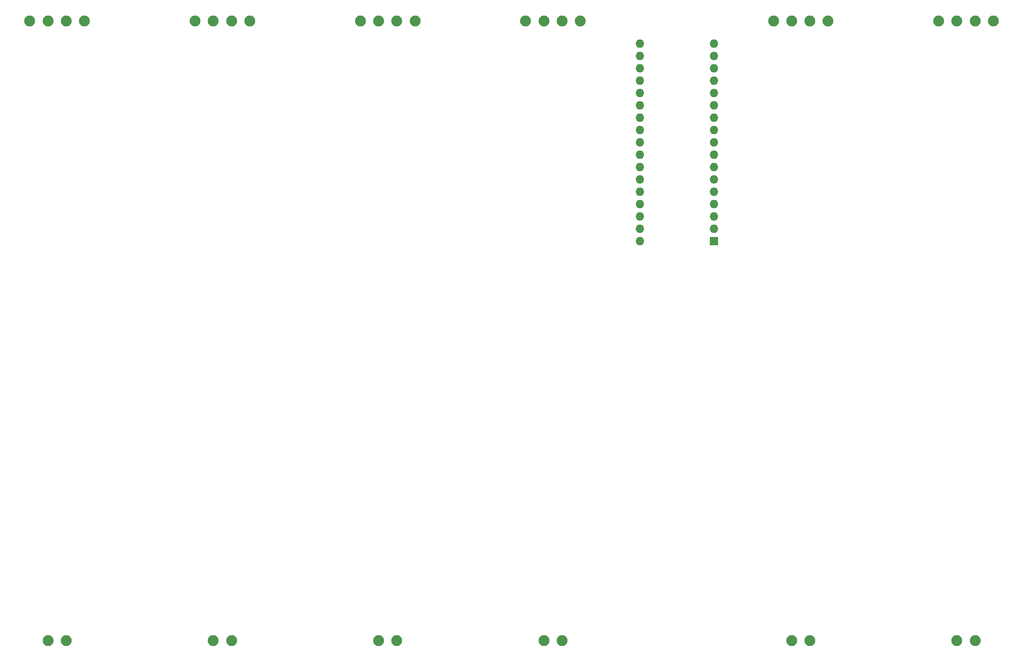
<source format=gbr>
%TF.GenerationSoftware,KiCad,Pcbnew,(5.1.6)-1*%
%TF.CreationDate,2020-06-13T20:20:11+02:00*%
%TF.ProjectId,Snackboard,536e6163-6b62-46f6-9172-642e6b696361,rev?*%
%TF.SameCoordinates,Original*%
%TF.FileFunction,Copper,L1,Top*%
%TF.FilePolarity,Positive*%
%FSLAX46Y46*%
G04 Gerber Fmt 4.6, Leading zero omitted, Abs format (unit mm)*
G04 Created by KiCad (PCBNEW (5.1.6)-1) date 2020-06-13 20:20:11*
%MOMM*%
%LPD*%
G01*
G04 APERTURE LIST*
%TA.AperFunction,ComponentPad*%
%ADD10C,2.250000*%
%TD*%
%TA.AperFunction,ComponentPad*%
%ADD11O,1.727200X1.727200*%
%TD*%
%TA.AperFunction,ComponentPad*%
%ADD12R,1.727200X1.727200*%
%TD*%
G04 APERTURE END LIST*
D10*
%TO.P,VR6,B3*%
%TO.N,Net-(VR6-PadB3)*%
X76140000Y-164140000D03*
%TO.P,VR6,B2*%
%TO.N,Net-(VR6-PadB2)*%
X72390000Y-36640000D03*
%TO.P,VR6,B1*%
%TO.N,Net-(VR6-PadB1)*%
X76140000Y-36640000D03*
%TO.P,VR6,A3*%
%TO.N,GND*%
X79890000Y-164140000D03*
%TO.P,VR6,A2*%
%TO.N,A2*%
X83640000Y-36640000D03*
%TO.P,VR6,A1*%
%TO.N,5V*%
X79890000Y-36640000D03*
%TD*%
%TO.P,VR5,B3*%
%TO.N,Net-(VR5-PadB3)*%
X110140000Y-164140000D03*
%TO.P,VR5,B2*%
%TO.N,Net-(VR5-PadB2)*%
X106390000Y-36640000D03*
%TO.P,VR5,B1*%
%TO.N,Net-(VR5-PadB1)*%
X110140000Y-36640000D03*
%TO.P,VR5,A3*%
%TO.N,GND*%
X113890000Y-164140000D03*
%TO.P,VR5,A2*%
%TO.N,A3*%
X117640000Y-36640000D03*
%TO.P,VR5,A1*%
%TO.N,5V*%
X113890000Y-36640000D03*
%TD*%
%TO.P,VR1,B3*%
%TO.N,Net-(VR1-PadB3)*%
X263140000Y-164140000D03*
%TO.P,VR1,B2*%
%TO.N,Net-(VR1-PadB2)*%
X259390000Y-36640000D03*
%TO.P,VR1,B1*%
%TO.N,Net-(VR1-PadB1)*%
X263140000Y-36640000D03*
%TO.P,VR1,A3*%
%TO.N,GND*%
X266890000Y-164140000D03*
%TO.P,VR1,A2*%
%TO.N,A0*%
X270640000Y-36640000D03*
%TO.P,VR1,A1*%
%TO.N,5V*%
X266890000Y-36640000D03*
%TD*%
%TO.P,VR2,B3*%
%TO.N,Net-(VR2-PadB3)*%
X229140000Y-164140000D03*
%TO.P,VR2,B2*%
%TO.N,Net-(VR2-PadB2)*%
X225390000Y-36640000D03*
%TO.P,VR2,B1*%
%TO.N,Net-(VR2-PadB1)*%
X229140000Y-36640000D03*
%TO.P,VR2,A3*%
%TO.N,GND*%
X232890000Y-164140000D03*
%TO.P,VR2,A2*%
%TO.N,A1*%
X236640000Y-36640000D03*
%TO.P,VR2,A1*%
%TO.N,5V*%
X232890000Y-36640000D03*
%TD*%
%TO.P,VR3,B3*%
%TO.N,Net-(VR3-PadB3)*%
X178140000Y-164140000D03*
%TO.P,VR3,B2*%
%TO.N,Net-(VR3-PadB2)*%
X174390000Y-36640000D03*
%TO.P,VR3,B1*%
%TO.N,Net-(VR3-PadB1)*%
X178140000Y-36640000D03*
%TO.P,VR3,A3*%
%TO.N,GND*%
X181890000Y-164140000D03*
%TO.P,VR3,A2*%
%TO.N,A5*%
X185640000Y-36640000D03*
%TO.P,VR3,A1*%
%TO.N,5V*%
X181890000Y-36640000D03*
%TD*%
%TO.P,VR4,B3*%
%TO.N,Net-(VR4-PadB3)*%
X144140000Y-164140000D03*
%TO.P,VR4,B2*%
%TO.N,Net-(VR4-PadB2)*%
X140390000Y-36640000D03*
%TO.P,VR4,B1*%
%TO.N,Net-(VR4-PadB1)*%
X144140000Y-36640000D03*
%TO.P,VR4,A3*%
%TO.N,GND*%
X147890000Y-164140000D03*
%TO.P,VR4,A2*%
%TO.N,A4*%
X151640000Y-36640000D03*
%TO.P,VR4,A1*%
%TO.N,5V*%
X147890000Y-36640000D03*
%TD*%
D11*
%TO.P,XA1,MISO*%
%TO.N,Net-(XA1-PadMISO)*%
X197878000Y-79320000D03*
%TO.P,XA1,A5*%
%TO.N,A5*%
X197878000Y-61540000D03*
%TO.P,XA1,A4*%
%TO.N,A4*%
X197878000Y-59000000D03*
%TO.P,XA1,A3*%
%TO.N,A3*%
X197878000Y-56460000D03*
%TO.P,XA1,A2*%
%TO.N,A2*%
X197878000Y-53920000D03*
%TO.P,XA1,A1*%
%TO.N,A1*%
X197878000Y-51380000D03*
%TO.P,XA1,*%
%TO.N,*%
X197878000Y-66620000D03*
%TO.P,XA1,D11*%
%TO.N,Net-(XA1-PadD11)*%
X213118000Y-43760000D03*
%TO.P,XA1,D12*%
%TO.N,Net-(XA1-PadD12)*%
X213118000Y-41220000D03*
%TO.P,XA1,D13*%
%TO.N,Net-(XA1-PadD13)*%
X197878000Y-41220000D03*
%TO.P,XA1,AREF*%
%TO.N,Net-(XA1-PadAREF)*%
X197878000Y-46300000D03*
%TO.P,XA1,D10*%
%TO.N,Net-(XA1-PadD10)*%
X213118000Y-46300000D03*
%TO.P,XA1,D9*%
%TO.N,Net-(XA1-PadD9)*%
X213118000Y-48840000D03*
%TO.P,XA1,D8*%
%TO.N,Net-(XA1-PadD8)*%
X213118000Y-51380000D03*
%TO.P,XA1,D7*%
%TO.N,Net-(XA1-PadD7)*%
X213118000Y-53920000D03*
%TO.P,XA1,D6*%
%TO.N,Net-(XA1-PadD6)*%
X213118000Y-56460000D03*
%TO.P,XA1,D5*%
%TO.N,Net-(XA1-PadD5)*%
X213118000Y-59000000D03*
%TO.P,XA1,D4*%
%TO.N,Net-(XA1-PadD4)*%
X213118000Y-61540000D03*
%TO.P,XA1,D3*%
%TO.N,Net-(XA1-PadD3)*%
X213118000Y-64080000D03*
%TO.P,XA1,D2*%
%TO.N,Net-(XA1-PadD2)*%
X213118000Y-66620000D03*
%TO.P,XA1,D1*%
%TO.N,Net-(XA1-PadD1)*%
X213118000Y-76780000D03*
%TO.P,XA1,D0*%
%TO.N,Net-(XA1-PadD0)*%
X213118000Y-74240000D03*
%TO.P,XA1,SS*%
%TO.N,Net-(XA1-PadSS)*%
X213118000Y-79320000D03*
%TO.P,XA1,RST1*%
%TO.N,Net-(XA1-PadRST1)*%
X197878000Y-71700000D03*
%TO.P,XA1,3V3*%
%TO.N,Net-(XA1-Pad3V3)*%
X197878000Y-43760000D03*
%TO.P,XA1,5V*%
%TO.N,5V*%
X197878000Y-69160000D03*
%TO.P,XA1,GND1*%
%TO.N,GND*%
X197878000Y-74240000D03*
%TO.P,XA1,GND2*%
%TO.N,Net-(XA1-PadGND2)*%
X213118000Y-69160000D03*
%TO.P,XA1,VIN*%
%TO.N,Net-(XA1-PadVIN)*%
X197878000Y-76780000D03*
%TO.P,XA1,A0*%
%TO.N,A0*%
X197878000Y-48840000D03*
%TO.P,XA1,SCK*%
%TO.N,Net-(XA1-PadSCK)*%
X197878000Y-81860000D03*
D12*
%TO.P,XA1,MOSI*%
%TO.N,Net-(XA1-PadMOSI)*%
X213118000Y-81860000D03*
D11*
%TO.P,XA1,RST2*%
%TO.N,Net-(XA1-PadRST2)*%
X213118000Y-71700000D03*
%TO.P,XA1,*%
%TO.N,*%
X197878000Y-64080000D03*
%TD*%
M02*

</source>
